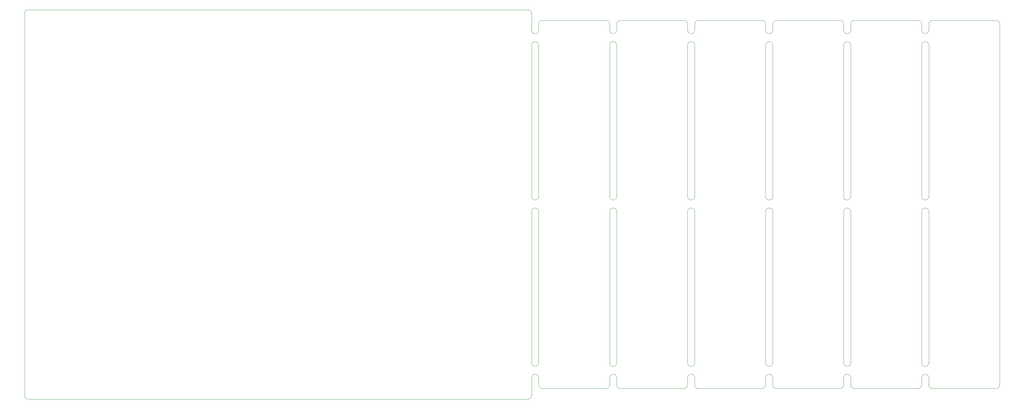
<source format=gbr>
%TF.GenerationSoftware,KiCad,Pcbnew,(6.0.5)*%
%TF.CreationDate,2022-07-17T18:42:08+02:00*%
%TF.ProjectId,clarinoid-devboard,636c6172-696e-46f6-9964-2d646576626f,rev?*%
%TF.SameCoordinates,Original*%
%TF.FileFunction,Profile,NP*%
%FSLAX46Y46*%
G04 Gerber Fmt 4.6, Leading zero omitted, Abs format (unit mm)*
G04 Created by KiCad (PCBNEW (6.0.5)) date 2022-07-17 18:42:08*
%MOMM*%
%LPD*%
G01*
G04 APERTURE LIST*
%TA.AperFunction,Profile*%
%ADD10C,0.100000*%
%TD*%
G04 APERTURE END LIST*
D10*
X267976805Y-31059035D02*
X285976804Y-31059034D01*
X310976804Y-85059034D02*
G75*
G03*
X308976804Y-85059034I-1000000J0D01*
G01*
X55976766Y-137059034D02*
G75*
G03*
X56976804Y-138059034I1000034J34D01*
G01*
X310976804Y-132059034D02*
X310976804Y-134059034D01*
X308976804Y-127809034D02*
G75*
G03*
X310976804Y-127809034I1000000J0D01*
G01*
X242976804Y-132059034D02*
X242976803Y-134059033D01*
X244976804Y-85059034D02*
G75*
G03*
X242976804Y-85059034I-1000000J0D01*
G01*
X222976804Y-33809034D02*
X222976805Y-32059035D01*
X198976804Y-85059034D02*
X198976804Y-127809034D01*
X285976803Y-135059003D02*
G75*
G03*
X286976803Y-134059033I-3J1000003D01*
G01*
X198976804Y-132059034D02*
X198976804Y-137059034D01*
X286976804Y-127809034D02*
G75*
G03*
X288976804Y-127809034I1000000J0D01*
G01*
X266976804Y-38059034D02*
G75*
G03*
X264976804Y-38059034I-1000000J0D01*
G01*
X264976804Y-80809034D02*
G75*
G03*
X266976804Y-80809034I1000000J0D01*
G01*
X286976804Y-80809034D02*
X286976804Y-38059034D01*
X242976804Y-127809034D02*
G75*
G03*
X244976804Y-127809034I1000000J0D01*
G01*
X263976803Y-135059003D02*
G75*
G03*
X264976803Y-134059033I-3J1000003D01*
G01*
X310976804Y-132059034D02*
G75*
G03*
X308976804Y-132059034I-1000000J0D01*
G01*
X200976804Y-32059034D02*
X200976804Y-33809034D01*
X266976804Y-134059034D02*
X266976804Y-132059034D01*
X56976804Y-28059034D02*
X197976804Y-28059034D01*
X288976804Y-127809034D02*
X288976804Y-85059034D01*
X223976805Y-31059005D02*
G75*
G03*
X222976805Y-32059035I-5J-999995D01*
G01*
X201976804Y-31059034D02*
X219976803Y-31059035D01*
X200976767Y-134059033D02*
G75*
G03*
X201976805Y-135059033I1000033J33D01*
G01*
X286976804Y-33809034D02*
G75*
G03*
X288976804Y-33809034I1000000J0D01*
G01*
X198976804Y-38059034D02*
X198976804Y-80809034D01*
X220976804Y-38059034D02*
X220976804Y-80809034D01*
X308976804Y-80809034D02*
G75*
G03*
X310976804Y-80809034I1000000J0D01*
G01*
X266976804Y-132059034D02*
G75*
G03*
X264976804Y-132059034I-1000000J0D01*
G01*
X198976804Y-33809034D02*
X198976804Y-29059034D01*
X308976804Y-127809034D02*
X308976804Y-85059034D01*
X220976804Y-132059034D02*
X220976804Y-134059034D01*
X311976804Y-31059004D02*
G75*
G03*
X310976804Y-32059034I-4J-999996D01*
G01*
X200976804Y-85059034D02*
G75*
G03*
X198976804Y-85059034I-1000000J0D01*
G01*
X201976804Y-31059004D02*
G75*
G03*
X200976804Y-32059034I-4J-999996D01*
G01*
X289976805Y-31059035D02*
X307976804Y-31059034D01*
X266976804Y-127809034D02*
X266976804Y-85059034D01*
X329976803Y-135059003D02*
G75*
G03*
X330976803Y-134059033I-3J1000003D01*
G01*
X245976805Y-31059035D02*
X263976804Y-31059034D01*
X311976804Y-31059035D02*
X329976803Y-31059034D01*
X198976766Y-29059034D02*
G75*
G03*
X197976804Y-28059034I-999966J34D01*
G01*
X244976804Y-132059034D02*
G75*
G03*
X242976804Y-132059034I-1000000J0D01*
G01*
X286976804Y-132059034D02*
X286976803Y-134059033D01*
X242976804Y-127809034D02*
X242976804Y-85059034D01*
X266976804Y-85059034D02*
G75*
G03*
X264976804Y-85059034I-1000000J0D01*
G01*
X244976804Y-134059034D02*
X244976804Y-132059034D01*
X263976803Y-135059033D02*
X245976804Y-135059034D01*
X242976804Y-33809034D02*
X242976804Y-32059034D01*
X222976804Y-38059034D02*
G75*
G03*
X220976804Y-38059034I-1000000J0D01*
G01*
X288976804Y-33809034D02*
X288976805Y-32059035D01*
X288976804Y-132059034D02*
G75*
G03*
X286976804Y-132059034I-1000000J0D01*
G01*
X222976804Y-85059034D02*
G75*
G03*
X220976804Y-85059034I-1000000J0D01*
G01*
X198976804Y-33809034D02*
G75*
G03*
X200976804Y-33809034I1000000J0D01*
G01*
X222976804Y-127809034D02*
X222976804Y-85059034D01*
X220976804Y-33809034D02*
G75*
G03*
X222976804Y-33809034I1000000J0D01*
G01*
X198976804Y-127809034D02*
G75*
G03*
X200976804Y-127809034I1000000J0D01*
G01*
X310976804Y-127809034D02*
X310976804Y-85059034D01*
X220976765Y-32059035D02*
G75*
G03*
X219976803Y-31059035I-999965J35D01*
G01*
X222976804Y-134059034D02*
X222976804Y-132059034D01*
X308976804Y-33809034D02*
X308976804Y-32059034D01*
X308976804Y-132059034D02*
X308976803Y-134059033D01*
X264976804Y-132059034D02*
X264976803Y-134059033D01*
X244976804Y-80809034D02*
X244976804Y-38059034D01*
X289976805Y-31059005D02*
G75*
G03*
X288976805Y-32059035I-5J-999995D01*
G01*
X244976804Y-127809034D02*
X244976804Y-85059034D01*
X197976804Y-138059034D02*
X56976804Y-138059034D01*
X264976804Y-33809034D02*
X264976804Y-32059034D01*
X288976804Y-85059034D02*
G75*
G03*
X286976804Y-85059034I-1000000J0D01*
G01*
X264976804Y-127809034D02*
X264976804Y-85059034D01*
X330976803Y-32059034D02*
X330976803Y-134059033D01*
X220976804Y-85059034D02*
X220976804Y-127809034D01*
X242976766Y-32059034D02*
G75*
G03*
X241976804Y-31059034I-999966J34D01*
G01*
X329976803Y-135059033D02*
X311976804Y-135059034D01*
X308976804Y-80809034D02*
X308976804Y-38059034D01*
X288976804Y-80809034D02*
X288976804Y-38059034D01*
X220976804Y-80809034D02*
G75*
G03*
X222976804Y-80809034I1000000J0D01*
G01*
X267976805Y-31059005D02*
G75*
G03*
X266976805Y-32059035I-5J-999995D01*
G01*
X308976766Y-32059034D02*
G75*
G03*
X307976804Y-31059034I-999966J34D01*
G01*
X220976804Y-127809034D02*
G75*
G03*
X222976804Y-127809034I1000000J0D01*
G01*
X242976804Y-80809034D02*
X242976804Y-38059034D01*
X200976804Y-38059034D02*
G75*
G03*
X198976804Y-38059034I-1000000J0D01*
G01*
X223976805Y-31059035D02*
X241976804Y-31059034D01*
X286976766Y-32059034D02*
G75*
G03*
X285976804Y-31059034I-999966J34D01*
G01*
X330976766Y-32059034D02*
G75*
G03*
X329976803Y-31059034I-999966J34D01*
G01*
X308976804Y-33809034D02*
G75*
G03*
X310976804Y-33809034I1000000J0D01*
G01*
X55976804Y-137059034D02*
X55976804Y-29059034D01*
X264976766Y-32059034D02*
G75*
G03*
X263976804Y-31059034I-999966J34D01*
G01*
X285976803Y-135059033D02*
X267976804Y-135059034D01*
X241976803Y-135059003D02*
G75*
G03*
X242976803Y-134059033I-3J1000003D01*
G01*
X266976804Y-33809034D02*
X266976805Y-32059035D01*
X222976804Y-80809034D02*
X222976804Y-38059034D01*
X286976804Y-33809034D02*
X286976804Y-32059034D01*
X244976804Y-38059034D02*
G75*
G03*
X242976804Y-38059034I-1000000J0D01*
G01*
X198976804Y-80809034D02*
G75*
G03*
X200976804Y-80809034I1000000J0D01*
G01*
X286976804Y-80809034D02*
G75*
G03*
X288976804Y-80809034I1000000J0D01*
G01*
X244976804Y-33809034D02*
X244976805Y-32059035D01*
X244976766Y-134059034D02*
G75*
G03*
X245976804Y-135059034I1000034J34D01*
G01*
X219976804Y-135059004D02*
G75*
G03*
X220976804Y-134059034I-4J1000004D01*
G01*
X222976804Y-132059034D02*
G75*
G03*
X220976804Y-132059034I-1000000J0D01*
G01*
X266976804Y-80809034D02*
X266976804Y-38059034D01*
X310976766Y-134059034D02*
G75*
G03*
X311976804Y-135059034I1000034J34D01*
G01*
X200976804Y-85059034D02*
X200976804Y-127809034D01*
X242976804Y-33809034D02*
G75*
G03*
X244976804Y-33809034I1000000J0D01*
G01*
X307976803Y-135059033D02*
X289976804Y-135059034D01*
X200976804Y-132059034D02*
G75*
G03*
X198976804Y-132059034I-1000000J0D01*
G01*
X288976804Y-38059034D02*
G75*
G03*
X286976804Y-38059034I-1000000J0D01*
G01*
X241976803Y-135059033D02*
X223976804Y-135059034D01*
X222976766Y-134059034D02*
G75*
G03*
X223976804Y-135059034I1000034J34D01*
G01*
X310976804Y-80809034D02*
X310976804Y-38059034D01*
X264976804Y-33809034D02*
G75*
G03*
X266976804Y-33809034I1000000J0D01*
G01*
X200976805Y-134059033D02*
X200976804Y-132059034D01*
X220976803Y-32059035D02*
X220976804Y-33809034D01*
X310976804Y-33809034D02*
X310976804Y-32059034D01*
X242976804Y-80809034D02*
G75*
G03*
X244976804Y-80809034I1000000J0D01*
G01*
X310976804Y-38059034D02*
G75*
G03*
X308976804Y-38059034I-1000000J0D01*
G01*
X197976804Y-138059004D02*
G75*
G03*
X198976804Y-137059034I-4J1000004D01*
G01*
X56976804Y-28059004D02*
G75*
G03*
X55976804Y-29059034I-4J-999996D01*
G01*
X286976804Y-127809034D02*
X286976804Y-85059034D01*
X288976766Y-134059034D02*
G75*
G03*
X289976804Y-135059034I1000034J34D01*
G01*
X245976805Y-31059005D02*
G75*
G03*
X244976805Y-32059035I-5J-999995D01*
G01*
X288976804Y-134059034D02*
X288976804Y-132059034D01*
X266976766Y-134059034D02*
G75*
G03*
X267976804Y-135059034I1000034J34D01*
G01*
X219976804Y-135059034D02*
X201976805Y-135059033D01*
X264976804Y-127809034D02*
G75*
G03*
X266976804Y-127809034I1000000J0D01*
G01*
X200976804Y-38059034D02*
X200976804Y-80809034D01*
X264976804Y-80809034D02*
X264976804Y-38059034D01*
X307976803Y-135059003D02*
G75*
G03*
X308976803Y-134059033I-3J1000003D01*
G01*
M02*

</source>
